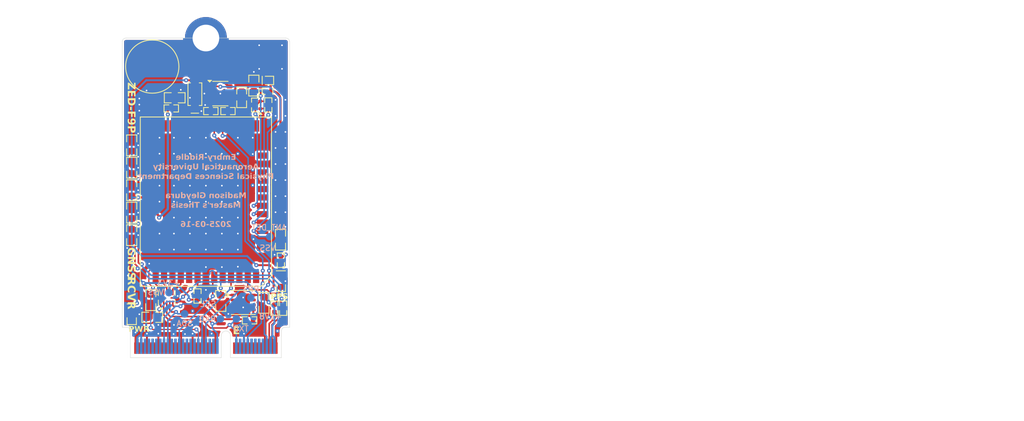
<source format=kicad_pcb>
(kicad_pcb (version 20241229) (generator "pcbnew") (generator_version "9.0")
  (title_block (title "U-bolx ZED-F9P M.2 E-Key") (date "2025-03-16") (rev "1.1") (comment 2 "PROTOTYPE") (comment 3 "2024"))
  (layers (0 "F.Cu" signal) (4 "In1.Cu" signal) (6 "In2.Cu" signal) (2 "B.Cu" signal) (13 "F.Paste" user) (15 "B.Paste" user) (5 "F.SilkS" user "F.Silkscreen") (7 "B.SilkS" user "B.Silkscreen") (1 "F.Mask" user) (3 "B.Mask" user) (25 "Edge.Cuts" user))
  (net 0 "")
  (net 1 "VSS")
  (net 2 "/ANT_IN")
  (net 3 "VBAT")
  (net 4 "+3V3")
  (net 5 "+1V8")
  (net 6 "/RF_IN")
  (net 7 "/ANT_SHORT_N")
  (net 8 "/HOST_D+")
  (net 9 "/HOST_D-")
  (net 10 "Net-(D2-Pad2)")
  (net 13 "/TX_RDY")
  (net 19 "/ZED_RXD_1V8")
  (net 25 "/SDA_1V8")
  (net 44 "/RESET_N")
  (net 45 "/PPS")
  (net 50 "/RTK_STAT")
  (net 52 "/ZED_TXD_1V8")
  (net 58 "/GEOFENCE_STAT")
  (net 59 "/SCL_1V8")
  (net 60 "/ANT_OFF")
  (net 61 "/ZED_D+")
  (net 62 "/ZED_D-")
  (net 63 "/ANT_DET")
  (net 65 "VCC_RF")
  (net 66 "Net-(Q1-Pad3)")
  (net 68 "/ZED_TXD_3V3")
  (net 69 "/SDA_3V3")
  (net 70 "Net-(U3-D_SEL)")
  (net 71 "Net-(U4-+)")
  (net 78 "/ZED_RXD_3V3")
  (net 88 "/SCL_3V3")
  (net 96 "Net-(U1-EN)")
  (net 100 "/EXTINT")
  (net 101 "Net-(JP2-Pad1)")
  (net 103 "Net-(D1-Pad2)")
  (net 104 "Net-(D4-Pad2)")
  (footprint "lib_fp:MLCC0603" (layer "F.Cu") (at 135.9 85.85)
    (property "Reference" "C9" (hide yes))
    (property "Value" "2.2uF" (hide yes))
  )
  (footprint "lib_fp:CRCW0402" (layer "F.Cu") (at 140.65 87.6 180)
    (property "Reference" "R12" (hide yes))
    (property "Value" "100K" (hide yes))
  )
  (footprint "lib_fp:SOT23-5P95_280X300X110L40X38N" (layer "F.Cu") (at 141.9 85.3 -90)
    (property "Reference" "U4" (hide yes))
    (property "Value" "OPA344" (hide yes))
  )
  (footprint "lib_fp:LTST-0603" (layer "F.Cu") (at 130.25 114.3 -90)
    (property "Reference" "D1" (hide yes))
    (property "Value" "LTST-C190KYKT" (hide yes))
  )
  (footprint "lib_fp:CRCW0402" (layer "F.Cu") (at 149 113.5 90)
    (property "Reference" "R9" (hide yes))
    (property "Value" "27R" (hide yes))
  )
  (footprint "lib_fp:MLCC0603" (layer "F.Cu") (at 147.625 112.8 -90)
    (property "Reference" "C1" (hide yes))
    (property "Value" "2.2uF" (hide yes))
  )
  (footprint "lib_fp:RUT0012A" (layer "F.Cu") (at 134.85 112.15 90)
    (property "Reference" "U2" (hide yes))
    (property "Value" "TXS0104VxRUTR" (hide yes))
  )
  (footprint "lib_fp:CRCW0402" (layer "F.Cu") (at 135.45 87.25 180)
    (property "Reference" "R4" (hide yes))
    (property "Value" "3K3" (hide yes))
  )
  (footprint "lib_fp:CRCW0402" (layer "F.Cu") (at 138.9 111.9 90)
    (property "Reference" "R11" (hide yes))
    (property "Value" "10K" (hide yes))
  )
  (footprint "lib_fp:MLCC0603" (layer "F.Cu") (at 130.25 98 90)
    (property "Reference" "C6" (hide yes))
    (property "Value" "100nF" (hide yes))
  )
  (footprint "lib_fp:MLCC0603" (layer "F.Cu") (at 130.25 92.1 90)
    (property "Reference" "C4" (hide yes))
    (property "Value" "1uF" (hide yes))
  )
  (footprint "lib_fp:M.2 E-Key" (layer "F.Cu") (at 140 120)
    (property "Reference" "J2" (hide yes))
    (property "Value" "M.2_E_Key_PCB_Edge" (hide yes))
    (fp_line (start -11 -4) (end -11 -5.2) (stroke (width 0.05)) (layer "Edge.Cuts"))
    (fp_line (start -11 -4) (end -10.425 -4) (stroke (width 0.05)) (layer "Edge.Cuts"))
    (fp_line (start -9.925 0) (end -9.925 -3.5) (stroke (width 0.05)) (layer "Edge.Cuts"))
    (fp_line (start 2.025 -2.9) (end 2.025 0) (stroke (width 0.05)) (layer "Edge.Cuts"))
    (fp_line (start 2.025 0) (end -9.925 0) (stroke (width 0.05)) (layer "Edge.Cuts"))
    (fp_line (start 3.225 -2.9) (end 3.225 0) (stroke (width 0.05)) (layer "Edge.Cuts"))
    (fp_line (start 9.925 0) (end 3.225 0) (stroke (width 0.05)) (layer "Edge.Cuts"))
    (fp_line (start 9.925 0) (end 9.925 -3.5) (stroke (width 0.05)) (layer "Edge.Cuts"))
    (fp_line (start 10.425 -4) (end 11 -4) (stroke (width 0.05)) (layer "Edge.Cuts"))
    (fp_line (start 11 -4) (end 11 -5.2) (stroke (width 0.05)) (layer "Edge.Cuts"))
    (fp_arc (start -10.425 -4) (mid -10.071447 -3.853553) (end -9.925 -3.5) (stroke (width 0.05)) (layer "Edge.Cuts"))
    (fp_arc (start 2.025 -2.9) (mid 2.625 -3.5) (end 3.225 -2.9) (stroke (width 0.05)) (layer "Edge.Cuts"))
    (fp_arc (start 9.925 -3.5) (mid 10.071447 -3.853553) (end 10.425 -4) (stroke (width 0.05)) (layer "Edge.Cuts"))
  )
  (footprint "lib_fp:LTST-0603" (layer "F.Cu") (at 149.85 109.95 -90)
    (property "Reference" "D4" (hide yes))
    (property "Value" "LTST-C190KRKT" (hide yes))
  )
  (footprint "lib_fp:ZED-F9P-04B_UBL" (layer "F.Cu") (at 140 99.5 180)
    (property "Reference" "U3" (hide yes))
    (property "Value" "ZED-F9P" (hide yes))
  )
  (footprint "lib_fp:CRCW0402" (layer "F.Cu") (at 148.2 86.8 -90)
    (property "Reference" "R8" (hide yes))
    (property "Value" "10K" (hide yes))
  )
  (footprint "lib_fp:MLCC0603" (layer "F.Cu") (at 130.25 103.9 -90)
    (property "Reference" "C8" (hide yes))
    (property "Value" "100nF" (hide yes))
  )
  (footprint "lib_fp:MLCC0603" (layer "F.Cu") (at 130.25 100.95 90)
    (property "Reference" "C7" (hide yes))
    (property "Value" "1uF" (hide yes))
  )
  (footprint "lib_fp:UDFN8P65_300X300X60L25X45L" (layer "F.Cu") (at 144.9 112.75)
    (property "Reference" "U1" (hide yes))
    (property "Value" "AP7361E" (hide yes))
  )
  (footprint "lib_fp:SOD123" (layer "F.Cu") (at 138.55 85.375 90)
    (property "Reference" "D2" (hide yes))
    (property "Value" "B0540WQ" (hide yes))
  )
  (footprint "lib_fp:MLCC0603" (layer "F.Cu") (at 130.25 95.05 90)
    (property "Reference" "C5" (hide yes))
    (property "Value" "100nF" (hide yes))
  )
  (footprint "lib_fp:CRCW0402" (layer "F.Cu") (at 149.85 107.2 -90)
    (property "Reference" "R6" (hide yes))
    (property "Value" "100R" (hide yes))
  )
  (footprint "lib_fp:CRCW0402" (layer "F.Cu") (at 145.735 115.1)
    (property "Reference" "R1" (hide yes))
    (property "Value" "10K" (hide yes))
  )
  (footprint "lib_fp:CRCW0603" (layer "F.Cu") (at 144.7 85.8 -90)
    (property "Reference" "R5" (hide yes))
    (property "Value" "10R" (hide yes))
  )
  (footprint "lib_fp:MLCC0603" (layer "F.Cu") (at 149.8 104.5 -90)
    (property "Reference" "C3" (hide yes))
    (property "Value" "47pF" (hide yes))
  )
  (footprint "lib_fp:SOD882" (layer "F.Cu") (at 148.15 83.575)
    (property "Reference" "D3" (hide yes))
    (property "Value" "PTVS4V5D1BLYL" (hide yes))
  )
  (footprint "lib_fp:L_0402" (layer "F.Cu") (at 148.1 85 180)
    (property "Reference" "L1" (hide yes))
    (property "Value" "47nH" (hide yes))
  )
  (footprint "lib_fp:SOT23-3P50_160X160X75L22X22N" (layer "F.Cu") (at 146.5 86.8 90)
    (property "Reference" "Q1" (hide yes))
    (property "Value" "DMG1013TQ-7" (hide yes))
  )
  (footprint "lib_fp:CRCW0402" (layer "F.Cu") (at 142.9 87.6 180)
    (property "Reference" "R10" (hide yes))
    (property "Value" "1K" (hide yes))
  )
  (footprint "lib_fp:CONMHF1" (layer "F.Cu") (at 148.5 80.5 180)
    (property "Reference" "AE1" (hide yes))
    (property "Value" "CONMHF1-SMD-T" (hide yes))
  )
  (footprint "lib_fp:M.2-Screw-Pad" (layer "F.Cu") (at 140 78)
    (property "Reference" "J1" (hide yes))
    (property "Value" "Standoff" (hide yes))
  )
  (footprint "lib_fp:MLCC0603" (layer "F.Cu") (at 141.95 112.55 -90)
    (property "Reference" "C2" (hide yes))
    (property "Value" "2.2uF" (hide yes))
  )
  (footprint "lib_fp:MLCC0603" (layer "F.Cu") (at 132.75 112.45 -90)
    (property "Reference" "C12" (hide yes))
    (property "Value" "100nF" (hide yes))
  )
  (footprint "lib_fp:MLCC0603" (layer "F.Cu") (at 132.95 114.7 180)
    (property "Reference" "C11" (hide yes))
    (property "Value" "100nF" (hide yes))
  )
  (footprint "lib_fp:CRCW0402" (layer "F.Cu") (at 150.15 113.5 90)
    (property "Reference" "R7" (hide yes))
    (property "Value" "27R" (hide yes))
  )
  (footprint "lib_fp:MLCC0603" (layer "F.Cu") (at 146.3 84.25 90)
    (property "Reference" "C10" (hide yes))
    (property "Value" "10nF" (hide yes))
  )
  (footprint "lib_fp:MS621FE-FL11E" (layer "F.Cu") (at 132.95 81.74875 -90)
    (property "Reference" "BT1" (hide yes))
    (property "Value" "MS621FE-FL11E" (hide yes))
  )
  (footprint "lib_fp:TP_1mm" (layer "B.Cu") (at 145.9 112.15 180)
    (property "Reference" "TP9" (hide yes))
    (property "Value" "PPS")
  )
  (footprint "lib_fp:SolderJumper-2_P1.3mm_Bridged_Pad1.0x1.5mm" (layer "B.Cu") (at 149.75 108.15 -90)
    (property "Reference" "JP2" (hide yes))
    (property "Value" "~" (hide yes))
  )
  (footprint "lib_fp:TP_1mm" (layer "B.Cu") (at 144 114.9 180)
    (property "Reference" "TP6" (hide yes))
    (property "Value" "TXD")
  )
  (footprint "lib_fp:TP_1mm" (layer "B.Cu") (at 137.2 114.25 180)
    (property "Reference" "TP5" (hide yes))
    (property "Value" "SDA")
  )
  (footprint "lib_fp:TP_1mm" (layer "B.Cu") (at 141.9 114.9 180)
    (property "Reference" "TP7" (hide yes))
    (property "Value" "RXD")
  )
  (footprint "lib_fp:TP_1mm" (layer "B.Cu") (at 146.3 114.6 180)
    (property "Reference" "TP2" (hide yes))
    (property "Value" "+1V8")
  )
  (footprint "lib_fp:SolderJumper-2_P1.3mm_Bridged_Pad1.0x1.5mm" (layer "B.Cu") (at 130.3 111.3 -90)
    (property "Reference" "JP1" (hide yes))
    (property "Value" "~" (hide yes))
  )
  (footprint "lib_fp:TP_1mm" (layer "B.Cu") (at 148.4 104.1 180)
    (property "Reference" "TP10" (hide yes))
    (property "Value" "ANT_DET")
  )
  (footprint "lib_fp:TP_1mm" (layer "B.Cu") (at 135.15 111.45 180)
    (property "Reference" "TP1" (hide yes))
    (property "Value" "+3V3")
  )
  (footprint "lib_fp:TP_1mm" (layer "B.Cu") (at 138.6 112.95 180)
    (property "Reference" "TP4" (hide yes))
    (property "Value" "SCL")
  )
  (footprint "lib_fp:TP_1mm" (layer "B.Cu") (at 133.55 112.55 180)
    (property "Reference" "TP3" (hide yes))
    (property "Value" "VSS")
  )
  (footprint "lib_fp:TP_1mm" (layer "B.Cu") (at 149.9 105.6 180)
    (property "Reference" "TP11" (hide yes))
    (property "Value" "VSS")
  )
  (gr_arc (start 148.7 85) (mid 149.477817 85.322183) (end 149.8 86.1) (stroke (width 0.296)) (layer "F.Cu") (net 2))
  (gr_arc (start 150.5 78) (mid 150.853553 78.146447) (end 151 78.5) (stroke (width 0.05)) (layer "Edge.Cuts"))
  (gr_line (start 129 78.5) (end 129 114.8) (stroke (width 0.05)) (layer "Edge.Cuts"))
  (gr_line (start 150.5 78) (end 129.5 78) (stroke (width 0.05)) (layer "Edge.Cuts"))
  (gr_arc (start 129 78.5) (mid 129.146447 78.146447) (end 129.5 78) (stroke (width 0.05)) (layer "Edge.Cuts"))
  (gr_line (start 151 114.8) (end 151 78.5) (stroke (width 0.05)) (layer "Edge.Cuts"))
  (gr_text "ZED-F9P" (at 130.15 90.5 270) (layer "F.SilkS") (effects (font (size 1 1) (thickness 0.2) (bold yes)) (justify right)))
  (gr_text "E" (at 144 116.5 0) (layer "F.SilkS") (effects (font (size 1 1) (thickness 0.2) (bold yes))))
  (gr_text "RCVR" (at 130.15 109.4 270) (layer "F.SilkS") (effects (font (size 1 1) (thickness 0.2) (bold yes)) (justify left)))
  (gr_text "PWR" (at 131.2 116.3 0) (layer "F.SilkS") (effects (font (size 0.75 0.75) (thickness 0.15) (bold yes))))
  (gr_text "GNSS" (at 130.15 105.5 270) (layer "F.SilkS") (effects (font (size 1 1) (thickness 0.18) (bold yes)) (justify left)))
  (gr_text "PPS" (at 149.65 112 0) (layer "F.SilkS") (effects (font (size 0.75 0.75) (thickness 0.15) (bold yes))))
  (gr_text "Embry-Riddle\nAeronautical University\nPhysical Sciences Department\n\nMadison Gleydura\nMaster's Thesis\n\n2025-03-16" (at 140 98.1 0) (layer "B.SilkS") (effects (font (size 0.75 0.75) (thickness 0.1875) (bold yes)) (justify mirror)))
  (segment (start 139.75 118.75) (end 139.75 117.05) (width 0.25) (layer "F.Cu") (net 1))
  (segment (start 133.75 118.75) (end 133.75 116.85) (width 0.25) (layer "F.Cu") (net 1))
  (segment (start 136.275 111.9) (end 136.025 112.15) (width 0.2) (layer "F.Cu") (net 1))
  (segment (start 135.25 118.75) (end 135.25 117.05) (width 0.25) (layer "F.Cu") (net 1))
  (segment (start 136.025 112.15) (end 135.7 112.15) (width 0.2) (layer "F.Cu") (net 1))
  (segment (start 138.25 118.75) (end 138.25 116.85) (width 0.25) (layer "F.Cu") (net 1))
  (segment (start 149.25 118.75) (end 149.25 117.05) (width 0.25) (layer "F.Cu") (net 1))
  (segment (start 130.75 116.7) (end 130.75 118.75) (width 0.25) (layer "F.Cu") (net 1))
  (segment (start 147.75 118.75) (end 147.75 117.05) (width 0.25) (layer "F.Cu") (net 1))
  (segment (start 132.25 116.85) (end 132.25 118.75) (width 0.25) (layer "F.Cu") (net 1))
  (segment (start 141.25 117.047264) (end 141.25 118.75) (width 0.25) (layer "F.Cu") (net 1))
  (segment (start 136.75 117.05) (end 136.75 118.75) (width 0.25) (layer "F.Cu") (net 1))
  (via (at 140 97.4) (size 0.5275) (drill 0.215) (layers "F.Cu" "B.Cu") (net 1))
  (via (at 146.15 91.1) (size 0.5275) (drill 0.215) (layers "F.Cu" "B.Cu") (net 1))
  (via (at 149.15 90.34) (size 0.5275) (drill 0.215) (layers "F.Cu" "B.Cu") (net 1))
  (via (at 131.1 103.9) (size 0.5275) (drill 0.215) (layers "F.Cu" "B.Cu") (net 1))
  (via (at 142.1 97.4) (size 0.5275) (drill 0.215) (layers "F.Cu" "B.Cu") (net 1))
  (via (at 133.9 95.3) (size 0.5275) (drill 0.215) (layers "F.Cu" "B.Cu") (net 1))
  (via (at 135.8 95.3) (size 0.5275) (drill 0.215) (layers "F.Cu" "B.Cu") (net 1))
  (via (at 138.25 116.85) (size 0.5275) (drill 0.215) (layers "F.Cu" "B.Cu") (net 1))
  (via (at 135.8 103.7) (size 0.5275) (drill 0.215) (layers "F.Cu" "B.Cu") (net 1))
  (via (at 144.2 99.5) (size 0.5275) (drill 0.215) (layers "F.Cu" "B.Cu") (net 1))
  (via (at 140 91.1) (size 0.5275) (drill 0.215) (layers "F.Cu" "B.Cu") (net 1))
  (via (at 147 82.05) (size 0.5275) (drill 0.215) (layers "F.Cu" "B.Cu") (net 1))
  (via (at 129.65 105.6) (size 0.5275) (drill 0.215) (layers "F.Cu" "B.Cu") (net 1))
  (via (at 133.75 116.85) (size 0.5275) (drill 0.215) (layers "F.Cu" "B.Cu") (net 1))
  (via (at 150 82.05) (size 0.5275) (drill 0.215) (layers "F.Cu" "B.Cu") (net 1))
  (via (at 137.9 101.6) (size 0.5275) (drill 0.215) (layers "F.Cu" "B.Cu") (net 1))
  (via (at 150.45 109.95) (size 0.5275) (drill 0.215) (layers "F.Cu" "B.Cu") (net 1))
  (via (at 139.4 87.6) (size 0.5275) (drill 0.215) (layers "F.Cu" "B.Cu") (net 1))
  (via (at 146.3 82.45) (size 0.5275) (drill 0.215) (layers "F.Cu" "B.Cu") (net 1))
  (via (at 149.15 102.8) (size 0.5275) (drill 0.215) (layers "F.Cu" "B.Cu") (net 1))
  (via (at 144.9 113.4) (size 0.5275) (drill 0.215) (layers "F.Cu" "B.Cu") (net 1))
  (via (at 129.75 109.2) (size 0.5275) (drill 0.215) (layers "F.Cu" "B.Cu") (net 1))
  (via (at 142.1 95.3) (size 0.5275) (drill 0.215) (layers "F.Cu" "B.Cu") (net 1))
  (via (at 135.8 99.5) (size 0.5275) (drill 0.215) (layers "F.Cu" "B.Cu") (net 1))
  (via (at 150.45 98.78) (size 0.5275) (drill 0.215) (layers "F.Cu" "B.Cu") (net 1))
  (via (at 132.2 84.9) (size 0.5275) (drill 0.215) (layers "F.Cu" "B.Cu") (net 1))
  (via (at 144.2 95.3) (size 0.5275) (drill 0.215) (layers "F.Cu" "B.Cu") (net 1))
  (via (at 137.9 105.8) (size 0.5275) (drill 0.215) (layers "F.Cu" "B.Cu") (net 1))
  (via (at 138.25 113.875) (size 0.5275) (drill 0.215) (layers "F.Cu" "B.Cu") (net 1))
  (via (at 137.9 93.2) (size 0.5275) (drill 0.215) (layers "F.Cu" "B.Cu") (net 1))
  (via (at 149.15 88.23) (size 0.5275) (drill 0.215) (layers "F.Cu" "B.Cu") (net 1))
  (via (at 131.1 98) (size 0.5275) (drill 0.215) (layers "F.Cu" "B.Cu") (net 1))
  (via (at 135.8 101.6) (size 0.5275) (drill 0.215) (layers "F.Cu" "B.Cu") (net 1))
  (via (at 150.45 88.23) (size 0.5275) (drill 0.215) (layers "F.Cu" "B.Cu") (net 1))
  (via (at 138.2 115.7) (size 0.5275) (drill 0.215) (layers "F.Cu" "B.Cu") (net 1))
  (via (at 131.1 100.95) (size 0.5275) (drill 0.215) (layers "F.Cu" "B.Cu") (net 1))
  (via (at 142.1 105.8) (size 0.5275) (drill 0.215) (layers "F.Cu" "B.Cu") (net 1))
  (via (at 131.1 95.05) (size 0.5275) (drill 0.215) (layers "F.Cu" "B.Cu") (net 1))
  (via (at 131.1 93.6) (size 0.5275) (drill 0.215) (layers "F.Cu" "B.Cu") (net 1))
  (via (at 133.9 103.7) (size 0.5275) (drill 0.215) (layers "F.Cu" "B.Cu") (net 1))
  (via (at 137.9 99.5) (size 0.5275) (drill 0.215) (layers "F.Cu" "B.Cu") (net 1))
  (via (at 133.75 115.7) (size 0.5275) (drill 0.215) (layers "F.Cu" "B.Cu") (net 1))
  (via (at 150.45 86.12) (size 0.5275) (drill 0.215) (layers "F.Cu" "B.Cu") (net 1))
  (via (at 137.9 97.4) (size 0.5275) (drill 0.215) (layers "F.Cu" "B.Cu") (net 1))
  (via (at 136.275 111.9) (size 0.5275) (drill 0.215) (layers "F.Cu" "B.Cu") (net 1))
  (via (at 137.9 85.85) (size 0.5275) (drill 0.215) (layers "F.Cu" "B.Cu") (net 1))
  (via (at 147 78.95) (size 0.5275) (drill 0.215) (layers "F.Cu" "B.Cu") (net 1))
  (via (at 137.9 103.7) (size 0.5275) (drill 0.215) (layers "F.Cu" "B.Cu") (net 1))
  (via (at 132.25 116.85) (size 0.5275) (drill 0.215) (layers "F.Cu" "B.Cu") (net 1))
  (via (at 146.15 95.3) (size 0.5275) (drill 0.215) (layers "F.Cu" "B.Cu") (net 1))
  (via (at 146.15 97.35) (size 0.5275) (drill 0.215) (layers "F.Cu" "B.Cu") (net 1))
  (via (at 130.75 116.7) (size 0.5275) (drill 0.215) (layers "F.Cu" "B.Cu") (net 1))
  (via (at 149.025 106.475) (size 0.5275) (drill 0.215) (layers "F.Cu" "B.Cu") (net 1))
  (via (at 145 116.85) (size 0.5275) (drill 0.215) (layers "F.Cu" "B.Cu") (net 1))
  (via (at 140 105.8) (size 0.5275) (drill 0.215) (layers "F.Cu" "B.Cu") (net 1))
  (via (at 149.4 116.5) (size 0.5275) (drill 0.215) (layers "F.Cu" "B.Cu") (net 1))
  (via (at 146.25 104.425) (size 0.5275) (drill 0.215) (layers "F.Cu" "B.Cu") (net 1))
  (via (at 150 78.95) (size 0.5275) (drill 0.215) (layers "F.Cu" "B.Cu") (net 1))
  (via (at 140 111.1) (size 0.5275) (drill 0.215) (layers "F.Cu" "B.Cu") (net 1))
  (via (at 149.15 92.45) (size 0.5275) (drill 0.215) (layers "F.Cu" "B.Cu") (net 1))
  (via (at 144.2 97.4) (size 0.5275) (drill 0.215) (layers "F.Cu" "B.Cu") (net 1))
  (via (at 135.75 116.9) (size 0.5275) (drill 0.215) (layers "F.Cu" "B.Cu") (net 1))
  (via (at 144.2 108.05) (size 0.5275) (drill 0.215) (layers "F.Cu" "B.Cu") (net 1))
  (via (at 149.15 96.67) (size 0.5275) (drill 0.215) (layers "F.Cu" "B.Cu") (net 1))
  (via (at 131.25 86.75) (size 0.5275) (drill 0.215) (layers "F.Cu" "B.Cu") (net 1))
  (via (at 133.9 91.1) (size 0.5275) (drill 0.215) (layers "F.Cu" "B.Cu") (net 1))
  (via (at 144.2 103.7) (size 0.5275) (drill 0.215) (layers "F.Cu" "B.Cu") (net 1))
  (via (at 142.1 108.1) (size 0.5275) (drill 0.215) (layers "F.Cu" "B.Cu") (net 1))
  (via (at 135.8 115.7) (size 0.5275) (drill 0.215) (layers "F.Cu" "B.Cu") (net 1))
  (via (at 150.45 100.89) (size 0.5275) (drill 0.215) (layers "F.Cu" "B.Cu") (net 1))
  (via (at 133.9 99.5) (size 0.5275) (drill 0.215) (layers "F.Cu" "B.Cu") (net 1))
  (via (at 149.15 100.89) (size 0.5275) (drill 0.215) (layers "F.Cu" "B.Cu") (net 1))
  (via (at 131.25 87.55) (size 0.5275) (drill 0.215) (layers "F.Cu" "B.Cu") (net 1))
  (via (at 144.2 105.8) (size 0.5275) (drill 0.215) (layers "F.Cu" "B.Cu") (net 1))
  (via (at 144.9 112.1) (size 0.5275) (drill 0.215) (layers "F.Cu" "B.Cu") (net 1))
  (via (at 131.1 92.1) (size 0.5275) (drill 0.215) (layers "F.Cu" "B.Cu") (net 1))
  (via (at 131.55 113.5) (size 0.5275) (drill 0.215) (layers "F.Cu" "B.Cu") (net 1))
  (via (at 137.9 91.1) (size 0.5275) (drill 0.215) (layers "F.Cu" "B.Cu") (net 1))
  (via (at 149.15 86.12) (size 0.5275) (drill 0.215) (layers "F.Cu" "B.Cu") (net 1))
  (via (at 135.8 93.2) (size 0.5275) (drill 0.215) (layers "F.Cu" "B.Cu") (net 1))
  (via (at 140 103.7) (size 0.5275) (drill 0.215) (layers "F.Cu" "B.Cu") (net 1))
  (via (at 149.15 98.78) (size 0.5275) (drill 0.215) (layers "F.Cu" "B.Cu") (net 1))
  (via (at 141.9 85.3) (size 0.5275) (drill 0.215) (layers "F.Cu" "B.Cu") (net 1))
  (via (at 150.45 92.45) (size 0.5275) (drill 0.215) (layers "F.Cu" "B.Cu") (net 1))
  (via (at 148.3 114.7) (size 0.5275) (drill 0.215) (layers "F.Cu" "B.Cu") (net 1))
  (via (at 135.8 105.8) (size 0.5275) (drill 0.215) (layers "F.Cu" "B.Cu") (net 1))
  (via (at 140 93.2) (size 0.5275) (drill 0.215) (layers "F.Cu" "B.Cu") (net 1))
  (via (at 135.8 91.1) (size 0.5275) (drill 0.215) (layers "F.Cu" "B.Cu") (net 1))
  (via (at 131.1 90.55) (size 0.5275) (drill 0.215) (layers "F.Cu" "B.Cu") (net 1))
  (via (at 142.1 103.7) (size 0.5275) (drill 0.215) (layers "F.Cu" "B.Cu") (net 1))
  (via (at 133.9 97.4) (size 0.5275) (drill 0.215) (layers "F.Cu" "B.Cu") (net 1))
  (via (at 142.1 93.2) (size 0.5275) (drill 0.215) (layers "F.Cu" "B.Cu") (net 1))
  (via (at 132.55 107.65) (size 0.5275) (drill 0.215) (layers "F.Cu" "B.Cu") (net 1))
  (via (at 140 99.5) (size 0.5275) (drill 0.215) (layers "F.Cu" "B.Cu") (net 1))
  (via (at 137.9 95.3) (size 0.5275) (drill 0.215) (layers "F.Cu" "B.Cu") (net 1))
  (via (at 142.95 114.25) (size 0.5275) (drill 0.215) (layers "F.Cu" "B.Cu") (net 1))
  (via (at 140.75 116.85) (size 0.5275) (drill 0.215) (layers "F.Cu" "B.Cu") (net 1))
  (via (at 150.45 94.56) (size 0.5275) (drill 0.215) (layers "F.Cu" "B.Cu") (net 1))
  (via (at 142.1 99.5) (size 0.5275) (drill 0.215) (layers "F.Cu" "B.Cu") (net 1))
  (via (at 146.15 93.25) (size 0.5275) (drill 0.215) (layers "F.Cu" "B.Cu") (net 1))
  (via (at 133.9 93.2) (size 0.5275) (drill 0.215) (layers "F.Cu" "B.Cu") (net 1))
  (via (at 142.1 101.6) (size 0.5275) (drill 0.215) (layers "F.Cu" "B.Cu") (net 1))
  (via (at 131.25 85.95) (size 0.5275) (drill 0.215) (layers "F.Cu" "B.Cu") (net 1))
  (via (at 133.9 105.8) (size 0.5275) (drill 0.215) (layers "F.Cu" "B.Cu") (net 1))
  (via (at 144.2 101.6) (size 0.5275) (drill 0.215) (layers "F.Cu" "B.Cu") (net 1))
  (via (at 139.9 86.8) (size 0.5275) (drill 0.215) (layers "F.Cu" "B.Cu") (net 1))
  (via (at 135.8 97.4) (size 0.5275) (drill 0.215) (layers "F.Cu" "B.Cu") (net 1))
  (via (at 144.2 93.2) (size 0.5275) (drill 0.215) (layers "F.Cu" "B.Cu") (net 1))
  (via (at 150.45 96.67) (size 0.5275) (drill 0.215) (layers "F.Cu" "B.Cu") (net 1))
  (via (at 137.25 116.9) (size 0.5275) (drill 0.215) (layers "F.Cu" "B.Cu") (net 1))
  (via (at 131.25 114.3) (size 0.5275) (drill 0.215) (layers "F.Cu" "B.Cu") (net 1))
  (via (at 140 101.6) (size 0.5275) (drill 0.215) (layers "F.Cu" "B.Cu") (net 1))
  (via (at 150.45 102.8) (size 0.5275) (drill 0.215) (layers "F.Cu" "B.Cu") (net 1))
  (via (at 136.7 84.8) (size 0.5275) (drill 0.215) (layers "F.Cu" "B.Cu") (net 1))
  (via (at 139.8 85.3) (size 0.5275) (drill 0.215) (layers "F.Cu" "B.Cu") (net 1))
  (via (at 144.2 91.1) (size 0.5275) (drill 0.215) (layers "F.Cu" "B.Cu") (net 1))
  (via (at 150.45 90.34) (size 0.5275) (drill 0.215) (layers "F.Cu" "B.Cu") (net 1))
  (via (at 140 108.1) (size 0.5275) (drill 0.215) (layers "F.Cu" "B.Cu") (net 1))
  (via (at 149.15 94.56) (size 0.5275) (drill 0.215) (layers "F.Cu" "B.Cu") (net 1))
  (via (at 140 95.3) (size 0.5275) (drill 0.215) (layers "F.Cu" "B.Cu") (net 1))
  (segment (start 130.3 110.65) (end 129.75 110.65) (width 0.2) (layer "B.Cu") (net 1))
  (segment (start 145 116.85) (end 145 118.5) (width 0.25) (layer "B.Cu") (net 1))
  (segment (start 129.75 110.65) (end 129.75 109.2) (width 0.2) (layer "B.Cu") (net 1))
  (segment (start 149.225 109.1) (end 149.8 109.1) (width 0.15) (layer "B.Cu") (net 1))
  (segment (start 148.5 83.6) (end 148.5 82.025) (width 0.296) (layer "F.Cu") (net 2))
  (segment (start 148.7 85) (end 148.5 85) (width 0.2565) (layer "F.Cu") (net 2))
  (segment (start 149.8 103.75) (end 149.8 86.1) (width 0.296) (layer "F.Cu") (net 2))
  (segment (start 148.5 85) (end 148.5 83.6) (width 0.296) (layer "F.Cu") (net 2))
  (segment (start 134.985 88.035) (end 134.985 87.25) (width 0.3) (layer "F.Cu") (net 3))
  (segment (start 133.7 87.25) (end 134.985 87.25) (width 0.3) (layer "F.Cu") (net 3))
  (segment (start 134.985 87.25) (end 134.985 86.015) (width 0.3) (layer "F.Cu") (net 3))
  (segment (start 134.985 86.015) (end 135.15 85.85) (width 0.3) (layer "F.Cu") (net 3))
  (segment (start 133.85 101.4) (end 133.85 101.6) (width 0.3) (layer "F.Cu") (net 3))
  (segment (start 135 88.05) (end 134.985 88.035) (width 0.3) (layer "F.Cu") (net 3))
  (segment (start 133.599999 101.149999) (end 133.85 101.4) (width 0.3) (layer "F.Cu") (net 3))
  (segment (start 133.7 86.74875) (end 133.7 87.25) (width 0.3) (layer "F.Cu") (net 3))
  (segment (start 132.55 101.149999) (end 133.599999 101.149999) (width 0.3) (layer "F.Cu") (net 3))
  (via (at 133.85 101.6) (size 0.5275) (drill 0.215) (layers "F.Cu" "B.Cu") (net 3))
  (via (at 135 88.05) (size 0.5275) (drill 0.215) (layers "F.Cu" "B.Cu") (net 3))
  (segment (start 135 100.45) (end 133.85 101.6) (width 0.3) (layer "B.Cu") (net 3))
  (segment (start 135 88.05) (end 135 100.45) (width 0.3) (layer "B.Cu") (net 3))
  (segment (start 130.25 102.4) (end 130.25 103.15) (width 0.3) (layer "F.Cu") (net 4))
  (segment (start 138.55 83.595) (end 142.195 83.595) (width 0.3) (layer "F.Cu") (net 4))
  (segment (start 130.25 102.4) (end 131.1 102.4) (width 0.3) (layer "F.Cu") (net 4))
  (segment (start 147.625 112.05) (end 147.625 112.1) (width 0.25) (layer "F.Cu") (net 4))
  (segment (start 148.88875 110.88625) (end 148.88875 108.331131) (width 0.25) (layer "F.Cu") (net 4))
  (segment (start 138.505 83.55) (end 138.55 83.595) (width 0.25) (layer "F.Cu") (net 4))
  (segment (start 138.9 112.39) (end 139.54 112.39) (width 0.25) (layer "F.Cu") (net 4))
  (segment (start 147.625 112.1) (end 148.25 112.725) (width 0.25) (layer "F.Cu") (net 4))
  (segment (start 130.35 95.8) (end 130.25 95.8) (width 0.3) (layer "F.Cu") (net 4))
  (segment (start 147.65 112.05) (end 147.625 112.05) (width 0.25) (layer "F.Cu") (net 4))
  (segment (start 131.1 96.55) (end 131.1 96.95) (width 0.3) (layer "F.Cu") (net 4))
  (segment (start 142.95 84.35) (end 143.1 84.35) (width 0.3) (layer "F.Cu") (net 4))
  (segment (start 147.35 111.775) (end 146.225 111.775) (width 0.25) (layer "F.Cu") (net 4))
  (segment (start 132.000001 97.850001) (end 132.55 97.850001) (width 0.3) (layer "F.Cu") (net 4))
  (segment (start 130.25 101.7) (end 130.25 102.4) (width 0.3) (layer "F.Cu") (net 4))
  (segment (start 129.4 94.95) (end 130.25 95.8) (width 0.3) (layer "F.Cu") (net 4))
  (segment (start 131.1 96.55) (end 130.35 95.8) (width 0.3) (layer "F.Cu") (net 4))
  (segment (start 134.05 111.7) (end 132.75 111.7) (width 0.2) (layer "F.Cu") (net 4))
  (segment (start 137.75 112.38625) (end 137.75375 112.39) (width 0.25) (layer "F.Cu") (net 4))
  (segment (start 145.095 114.95) (end 145.245 115.1) (width 0.25) (layer "F.Cu") (net 4))
  (segment (start 142.195 83.595) (end 142.95 84.35) (width 0.3) (layer "F.Cu") (net 4))
  (segment (start 131.1 96.95) (end 132.000001 97.850001) (width 0.3) (layer "F.Cu") (net 4))
  (segment (start 148.88875 108.331131) (end 148.407619 107.85) (width 0.25) (layer "F.Cu") (net 4))
  (segment (start 148.259727 112.725) (end 148.259727 112.659727) (width 0.25) (layer "F.Cu") (net 4))
  (segment (start 131.3 103.15) (end 130.25 103.15) (width 0.3) (layer "F.Cu") (net 4))
  (segment (start 132.55 103.35) (end 131.5 103.35) (width 0.3) (layer "F.Cu") (net 4))
  (segment (start 131.5 103.35) (end 131.3 103.15) (width 0.3) (layer "F.Cu") (net 4))
  (segment (start 139.54 112.39) (end 142.1 114.95) (width 0.25) (layer "F.Cu") (net 4))
  (segment (start 147.625 112.05) (end 147.35 111.775) (width 0.25) (layer "F.Cu") (net 4))
  (segment (start 132.55 98.950001) (end 130.450001 98.950001) (width 0.3) (layer "F.Cu") (net 4))
  (segment (start 142.1 114.95) (end 145.095 114.95) (width 0.25) (layer "F.Cu") (net 4))
  (segment (start 138.49 83.535) (end 138.55 83.595) (width 0.2) (layer "F.Cu") (net 4))
  (segment (start 148.775 111) (end 148.88875 110.88625) (width 0.25) (layer "F.Cu") (net 4))
  (segment (start 148.407619 107.85) (end 146.625 107.85) (width 0.25) (layer "F.Cu") (net 4))
  (segment (start 130.450001 98.950001) (end 130.25 98.75) (width 0.3) (layer "F.Cu") (net 4))
  (segment (start 131.8 110.2) (end 131.8 110.75) (width 0.25) (layer "F.Cu") (net 4))
  (segment (start 137.75375 112.39) (end 138.9 112.39) (width 0.25) (layer "F.Cu") (net 4))
  (segment (start 137.4 83.55) (end 138.505 83.55) (width 0.25) (layer "F.Cu") (net 4))
  (segment (start 131.8 110.75) (end 132.75 111.7) (width 0.25) (layer "F.Cu") (net 4))
  (segment (start 130.25 92.85) (end 129.4 93.7) (width 0.3) (layer "F.Cu") (net 4))
  (segment (start 129.4 93.7) (end 129.4 94.95) (width 0.3) (layer "F.Cu") (net 4))
  (via (at 137.75 112.38625) (size 0.5275) (drill 0.215) (layers "F.Cu" "B.Cu") (net 4))
  (via (at 148.25 112.725) (size 0.5275) (drill 0.215) (layers "F.Cu" "B.Cu") (net 4))
  (via (at 146.625 107.85) (size 0.5275) (drill 0.215) (layers "F.Cu" "B.Cu") (net 4))
  (via (at 131.1 98.95) (size 0.5275) (drill 0.215) (layers "F.Cu" "B.Cu") (net 4))
  (via (at 137.4 83.55) (size 0.5275) (drill 0.215) (layers "F.Cu" "B.Cu") (net 4))
  (via (at 131.1 96.55) (size 0.5275) (drill 0.215) (layers "F.Cu" "B.Cu") (net 4))
  (via (at 131.1 102.4) (size 0.5275) (drill 0.215) (layers "F.Cu" "B.Cu") (net 4))
  (via (at 131.8 110.2) (size 0.5275) (drill 0.215) (layers "F.Cu" "B.Cu") (net 4))
  (via (at 148.775 111) (size 0.5275) (drill 0.215) (layers "F.Cu" "B.Cu") (net 4))
  (segment (start 130.25 85.45) (end 130.25 105.3) (width 0.25) (layer "B.Cu") (net 4))
  (segment (start 131.1 102.4) (end 130.25 102.4) (width 0.25) (layer "B.Cu") (net 4))
  (segment (start 132.15 110.55) (end 132.15 116.117381) (width 0.25) (layer "B.Cu") (net 4))
  (segment (start 137.4 83.55) (end 132.15 83.55) (width 0.25) (layer "B.Cu") (net 4))
  (segment (start 148.25 111.525) (end 148.25 112.725) (width 0.25) (layer "B.Cu") (net 4))
  (segment (start 132.15 116.117381) (end 131.5 116.767381) (width 0.25) (layer "B.Cu") (net 4))
  (segment (start 148.775 111) (end 148.25 111.525) (width 0.25) (layer "B.Cu") (net 4))
  (segment (start 130.25 105.3) (end 131.607003 106.657003) (width 0.25) (layer "B.Cu") (net 4))
  (segment (start 135.15 111.45) (end 135.15 110.325) (width 0.2) (layer "B.Cu") (net 4))
  (segment (start 131.1 98.950001) (end 130.25 98.950001) (width 0.25) (layer "B.Cu") (net 4))
  (segment (start 145.432003 106.657003) (end 131.667665 106.657003) (width 0.25) (layer "B.Cu") (net 4))
  (segment (start 131.8 110.2) (end 135.025 110.2) (width 0.25) (layer "B.Cu") (net 4))
  (segment (start 131.25 117.1) (end 131.5 117.1) (width 0.25) (layer "B.Cu") (net 4))
  (segment (start 135.025 110.2) (end 135.15 110.325) (width 0.25) (layer "B.Cu") (net 4))
  (segment (start 149 113.475) (end 148.25 112.725) (width 0.25) (layer "B.Cu") (net 4))
  (segment (start 131.8 110.2) (end 130.25 108.65) (width 0.25) (layer "B.Cu") (net 4))
  (segment (start 149 117.35) (end 149 118.5) (width 0.25) (layer "B.Cu") (net 4))
  (segment (start 136.157619 110.325) (end 135.15 110.325) (width 0.25) (layer "B.Cu") (net 4))
  (segment (start 130.25 108.65) (end 130.25 106.5) (width 0.25) (layer "B.Cu") (net 4))
  (segment (start 137.75 112.38625) (end 137.75 111.917381) (width 0.25) (layer "B.Cu") (net 4))
  (segment (start 148.75 115.75) (end 149 115.5) (width 0.25) (layer "B.Cu") (net 4))
  (segment (start 148.5 118.5) (end 148.5 117.35) (width 0.25) (layer "B.Cu") (net 4))
  (segment (start 131.8 110.2) (end 132.15 110.55) (width 0.25) (layer "B.Cu") (net 4))
  (segment (start 131.5 116.767381) (end 131.5 118.5) (width 0.25) (layer "B.Cu") (net 4))
  (segment (start 131 118.5) (end 131 117.35) (width 0.25) (layer "B.Cu") (net 4))
  (segment (start 131.1 96.55) (end 130.25 96.55) (width 0.25) (layer "B.Cu") (net 4))
  (segment (start 137.75 111.917381) (end 136.157619 110.325) (width 0.25) (layer "B.Cu") (net 4))
  (segment (start 148.75 117.1) (end 149 117.35) (width 0.25) (layer "B.Cu") (net 4))
  (segment (start 130.25 106.5) (end 130.85 105.9) (width 0.25) (layer "B.Cu") (net 4))
  (segment (start 146.625 107.85) (end 145.432003 106.657003) (width 0.25) (layer "B.Cu") (net 4))
  (segment (start 131 117.35) (end 131.25 117.1) (width 0.25) (layer "B.Cu") (net 4))
  (segment (start 131.607003 106.657003) (end 131.65 106.657003) (width 0.25) (layer "B.Cu") (net 4))
  (segment (start 149 115.5) (end 149 113.475) (width 0.25) (layer "B.Cu") (net 4))
  (segment (start 148.5 117.35) (end 148.75 117.1) (width 0.25) (layer "B.Cu") (net 4))
  (segment (start 148.75 117.1) (end 148.75 115.75) (width 0.25) (layer "B.Cu") (net 4))
  (segment (start 132.15 83.55) (end 130.25 85.45) (width 0.25) (layer "B.Cu") (net 4))
  (segment (start 133.875 113.65) (end 133.875 114.525) (width 0.2) (layer "F.Cu") (net 5))
  (segment (start 134.05 112.85) (end 134.05 112.2) (width 0.2) (layer "F.Cu") (net 5))
  (segment (start 133.875 113.65) (end 134.05 113.475) (width 0.2) (layer "F.Cu") (net 5))
  (segment (start 132.91375 115.48625) (end 130.68625 115.48625) (width 0.2) (layer "F.Cu") (net 5))
  (segment (start 133.45 114.7) (end 133.5 114.7) (width 0.2) (layer "F.Cu") (net 5))
  (segment (start 133.7 114.7) (end 132.91375 115.48625) (width 0.2) (layer "F.Cu") (net 5))
  (segment (start 141.95 110.875) (end 141.95 111.8) (width 0.2) (layer "F.Cu") (net 5))
  (segment (start 130.68625 115.48625) (end 130.25 115.05) (width 0.2) (layer "F.Cu") (net 5))
  (segment (start 134.05 112.2) (end 134 112.15) (width 0.2) (layer "F.Cu") (net 5))
  (segment (start 133.875 114.525) (end 133.7 114.7) (width 0.2) (layer "F.Cu") (net 5))
  (segment (start 138 111) (end 137 112) (width 0.2) (layer "F.Cu") (net 5))
  (segment (start 141.975 111.775) (end 141.95 111.8) (width 0.2) (layer "F.Cu") (net 5))
  (segment (start 143.575 111.775) (end 141.975 111.775) (width 0.2) (layer "F.Cu") (net 5))
  (segment (start 134.05 113.475) (end 134.05 112.85) (width 0.2) (layer "F.Cu") (net 5))
  (via (at 133.875 113.65) (size 0.5275) (drill 0.215) (layers "F.Cu" "B.Cu") (net 5))
  (via (at 138 111) (size 0.5275) (drill 0.215) (layers "F.Cu" "B.Cu") (net 5))
  (via (at 141.95 110.875) (size 0.5275) (drill 0.215) (layers "F.Cu" "B.Cu") (net 5))
  (via (at 137 112) (size 0.5275) (drill 0.215) (layers "F.Cu" "B.Cu") (net 5))
  (segment (start 146.3 114.6) (end 146.840032 114.059968) (width 0.2) (layer "B.Cu") (net 5))
  (segment (start 141.95 110.875) (end 141.95 110.05) (width 0.2) (layer "B.Cu") (net 5))
  (segment (start 146.840032 114.059968) (end 146.840032 111.540032) (width 0.2) (layer "B.Cu") (net 5))
  (segment (start 138.95 110.05) (end 138 111) (width 0.2) (layer "B.Cu") (net 5))
  (segment (start 133.875 113.65) (end 134.9 112.625) (width 0.2) (layer "B.Cu") (net 5))
  (segment (start 145.35 110.05) (end 138.95 110.05) (width 0.2) (layer "B.Cu") (net 5))
  (segment (start 134.9 112.625) (end 136.372263 112.625) (width 0.2) (layer "B.Cu") (net 5))
  (segment (start 146.840032 111.540032) (end 145.35 110.05) (width 0.2) (layer "B.Cu") (net 5))
  (segment (start 136.997263 112) (end 137 112) (width 0.2) (layer "B.Cu") (net 5))
  (segment (start 136.372263 112.625) (end 136.997263 112) (width 0.2) (layer "B.Cu") (net 5))
  (segment (start 149.499999 105.550001) (end 149.8 105.25) (width 0.296) (layer "F.Cu") (net 6))
  (segment (start 147.45 105.550001) (end 149.499999 105.550001) (width 0.296) (layer "F.Cu") (net 6))
  (segment (start 146.275 101.15) (end 146.275001 101.149999) (width 0.2) (layer "F.Cu") (net 7))
  (segment (start 146.3 85) (end 144.745 85) (width 0.2) (layer "F.Cu") (net 7))
  (segment (start 146.275001 101.149999) (end 147.45 101.149999) (width 0.2) (layer "F.Cu") (net 7))
  (segment (start 144.7 85.045) (end 144.555 85.045) (width 0.2) (layer "F.Cu") (net 7))
  (segment (start 143.35 86.25) (end 143.1 86.25) (width 0.2) (layer "F.Cu") (net 7))
  (segment (start 147.7 85) (end 147.2 85) (width 0.2) (layer "F.Cu") (net 7))
  (segment (start 147.2 85) (end 147.2 85.6) (width 0.2) (layer "F.Cu") (net 7))
  (segment (start 144.555 85.045) (end 143.35 86.25) (width 0.2) (layer "F.Cu") (net 7))
  (segment (start 147.2 85) (end 146.3 85) (width 0.2) (layer "F.Cu") (net 7))
  (segment (start 144.745 85) (end 144.7 85.045) (width 0.2) (layer "F.Cu") (net 7))
  (via (at 146.275 101.15) (size 0.5275) (drill 0.215) (layers "F.Cu" "B.Cu") (net 7))
  (via (at 147.2 85.6) (size 0.5275) (drill 0.215) (layers "F.Cu" "B.Cu") (net 7))
  (segment (start 147.2 100.225) (end 147.2 85.6) (width 0.2) (layer "B.Cu") (net 7))
  (segment (start 146.275 101.15) (end 147.2 100.225) (width 0.2) (layer "B.Cu") (net 7))
  (segment (start 150.15 114.005) (end 150.15 113.99) (width 0.2362) (layer "F.Cu") (net 8))
  (segment (start 149.7556 114.599808) (end 149.7556 114.3994) (width 0.208) (layer "F.Cu") (net 8))
  (segment (start 148.6806 117.555599) (end 148.6806 115.674808) (width 0.208) (layer "F.Cu") (net 8))
  (segment (start 148.6806 115.674808) (end 149.7556 114.599808) (width 0.208) (layer "F.Cu") (net 8))
  (segment (start 148.75 117.624999) (end 148.6806 117.555599) (width 0.208) (layer "F.Cu") (net 8))
  (segment (start 149.7556 114.3994) (end 150.15 114.005) (width 0.208) (layer "F.Cu") (net 8))
  (segment (start 148.75 118.75) (end 148.75 117.624999) (width 0.208) (layer "F.Cu") (net 8))
  (segment (start 149 114.005) (end 149 113.99) (width 0.2362) (layer "F.Cu") (net 9))
  (segment (start 148.3194 115.525192) (end 149.3944 114.450192) (width 0.208) (layer "F.Cu") (net 9))
  (segment (start 148.3194 117.555599) (end 148.3194 115.525192) (width 0.208) (layer "F.Cu") (net 9))
  (segment (start 149.3944 114.3994) (end 149 114.005) (width 0.208) (layer "F.Cu") (net 9))
  (segment (start 148.25 118.75) (end 148.25 117.624999) (width 0.208) (layer "F.Cu") (net 9))
  (segment (start 149.3944 114.450192) (end 149.3944 114.3994) (width 0.208) (layer "F.Cu") (net 9))
  (segment (start 148.25 117.624999) (end 148.3194 117.555599) (width 0.208) (layer "F.Cu") (net 9))
  (segment (start 138.48 87.25) (end 138.55 87.18) (width 0.3) (layer "F.Cu") (net 10))
  (segment (start 135.94 87.25) (end 138.48 87.25) (width 0.3) (layer "F.Cu") (net 10))
  (segment (start 132.5 108.65) (end 132.9 108.25) (width 0.15) (layer "F.Cu") (net 13))
  (segment (start 132.5 110.25) (end 132.5 108.65) (width 0.15) (layer "F.Cu") (net 13))
  (segment (start 137.799999 108.55035) (end 137.799999 109.45) (width 0.15) (layer "F.Cu") (net 13))
  (segment (start 133.05 110.8) (end 132.5 110.25) (width 0.15) (layer "F.Cu") (net 13))
  (segment (start 132.9 108.25) (end 137.499649 108.25) (width 0.15) (layer "F.Cu") (net 13))
  (segment (start 137.499649 108.25) (end 137.799999 108.55035) (width 0.15) (layer "F.Cu") (net 13))
  (segment (start 133 116.3) (end 138.75 116.3) (width 0.15) (layer "F.Cu") (net 13))
  (segment (start 132.75 116.05) (end 133 116.3) (width 0.15) (layer "F.Cu") (net 13))
  (via (at 133.05 110.8) (size 0.5275) (drill 0.215) (layers "F.Cu" "B.Cu") (net 13))
  (via (at 132.75 116.05) (size 0.5275) (drill 0.215) (layers "F.Cu" "B.Cu") (net 13))
  (via (at 138.75 116.3) (size 0.5275) (drill 0.215) (layers "F.Cu" "B.Cu") (net 13))
  (segment (start 132.75 116.05) (end 132.75 111.1) (width 0.15) (layer "B.Cu") (net 13))
  (segment (start 138.75 116.3) (end 139 116.55) (width 0.15) (layer "B.Cu") (net 13))
  (segment (start 132.75 111.1) (end 133.05 110.8) (width 0.15) (layer "B.Cu") (net 13))
  (segment (start 139 116.55) (end 139 118.5) (width 0.15) (layer "B.Cu") (net 13))
  (segment (start 135.315686 114.6) (end 134.85 114.134314) (width 0.2) (layer "F.Cu") (net 19))
  (segment (start 140.85 115.53875) (end 139.91125 114.6) (width 0.2) (layer "F.Cu") (net 19))
  (segment (start 134.85 114.134314) (end 134.85 112.85) (width 0.2) (layer "F.Cu") (net 19))
  (segment (start 139.91125 114.6) (end 135.315686 114.6) (width 0.2) (layer "F.Cu") (net 19))
  (via (at 140.85 115.53875) (size 0.5275) (drill 0.215) (layers "F.Cu" "B.Cu") (net 19))
  (segment (start 141.26125 115.53875) (end 140.85 115.53875) (width 0.2) (layer "B.Cu") (net 19))
  (segment (start 141.9 114.9) (end 141.26125 115.53875) (width 0.2) (layer "B.Cu") (net 19))
  (segment (start 141.5 116.8) (end 141.5 118.5) (width 0.2) (layer "B.Cu") (net 19))
  (segment (start 140.85 116.15) (end 141.5 116.8) (width 0.2) (layer "B.Cu") (net 19))
  (segment (start 140.85 115.53875) (end 140.85 116.15) (width 0.2) (layer "B.Cu") (net 19))
  (segment (start 135.5 114) (end 135.25 113.75) (width 0.2) (layer "F.Cu") (net 25))
  (segment (start 136.075 114) (end 135.5 114) (width 0.2) (layer "F.Cu") (net 25))
  (segment (start 135.25 113.75) (end 135.25 112.85) (width 0.2) (layer "F.Cu") (net 25))
  (via (at 136.075 114) (size 0.5275) (drill 0.215) (layers "F.Cu" "B.Cu") (net 25))
  (segment (start 136.075 114) (end 136.325 114.25) (width 0.2) (layer "B.Cu") (net 25))
  (segment (start 136.325 114.25) (end 137.2 114.25) (width 0.2) (layer "B.Cu") (net 25))
  (segment (start 135 115.075) (end 135 118.75) (width 0.2) (layer "B.Cu") (net 25))
  (segment (start 136.075 114) (end 135 115.075) (width 0.2) (layer "B.Cu") (net 25))
  (segment (start 140.9 111.925) (end 140.9 109.65) (width 0.2) (layer "F.Cu") (net 44))
  (segment (start 140.9 109.65) (end 141.1 109.45) (width 0.2) (layer "F.Cu") (net 44))
  (segment (start 141.1 109.45) (end 140.8 109.75) (width 0.2) (layer "F.Cu") (net 44))
  (via (at 140.9 111.925) (size 0.5275) (drill 0.215) (layers "F.Cu" "B.Cu") (net 44))
  (segment (start 140.9 112.022263) (end 140.9 111.925) (width 0.2) (layer "B.Cu") (net 44))
  (segment (start 136.5 116.422263) (end 140.9 112.022263) (width 0.2) (layer "B.Cu") (net 44))
  (segment (start 136.5 118.5) (end 136.5 116.422263) (width 0.2) (layer "B.Cu") (net 44))
  (segment (start 148.51375 111.56375) (end 148.05 111.1) (width 0.2) (layer "F.Cu") (net 45))
  (segment (start 145.5 111.1) (end 145.5 109.450002) (width 0.2) (layer "F.Cu") (net 45))
  (segment (start 149.85 110.7) (end 149.85 111.25) (width 0.2) (layer "F.Cu") (net 45))
  (segment (start 149.53625 111.56375) (end 148.51375 111.56375) (width 0.2) (layer "F.Cu") (net 45))
  (segment (start 149.85 111.25) (end 149.53625 111.56375) (width 0.2) (layer "F.Cu") (net 45))
  (segment (start 148.05 111.1) (end 145.5 111.1) (width 0.2) (layer "F.Cu") (net 45))
  (segment (start 145.5 109.450002) (end 145.500002 109.45) (width 0.2) (layer "F.Cu") (net 45))
  (via (at 145.5 111.1) (size 0.5275) (drill 0.215) (layers "F.Cu" "B.Cu") (net 45))
  (segment (start 144.445496 111.1) (end 140 115.545496) (width 0.2) (layer "B.Cu") (net 45))
  (segment (start 140 115.545496) (end 140 118.5) (width 0.2) (layer "B.Cu") (net 45))
  (segment (start 145.9 112.15) (end 145.9 111.5) (width 0.2) (layer "B.Cu") (net 45))
  (segment (start 145.9 111.5) (end 145.5 111.1) (width 0.2) (layer "B.Cu") (net 45))
  (segment (start 145.5 111.1) (end 144.445496 111.1) (width 0.2) (layer "B.Cu") (net 45))
  (segment (start 141.1 89.55) (end 141.1 90.8) (width 0.2) (layer "F.Cu") (net 50))
  (segment (start 147.475 108.575) (end 147.475 110.225) (width 0.2) (layer "F.Cu") (net 50))
  (via (at 147.475 110.225) (size 0.5275) (drill 0.215) (layers "F.Cu" "B.Cu") (net 50))
  (via (at 141.1 90.8) (size 0.5275) (drill 0.215) (layers "F.Cu" "B.Cu") (net 50))
  (via (at 147.475 108.575) (size 0.5275) (drill 0.215) (layers "F.Cu" "B.Cu") (net 50))
  (segment (start 147.475 107.012949) (end 145.15 104.687949) (width 0.2) (layer "B.Cu") (net 50))
  (segment (start 141.1 90.897263) (end 141.1 90.8) (width 0.2) (layer "B.Cu") (net 50))
  (segment (start 147.28625 115.43875) (end 145.5 117.225) (width 0.2) (layer "B.Cu") (net 50))
  (segment (start 147.475 110.225) (end 147.28625 110.41375) (width 0.2) (layer "B.Cu") (net 50))
  (segment (start 147.28625 110.41375) (end 147.28625 115.43875) (width 0.2) (layer "B.Cu") (net 50))
  (segment (start 147.475 108.575) (end 147.475 107.012949) (width 0.2) (layer "B.Cu") (net 50))
  (segment (start 145.15 104.687949) (end 145.15 94.947263) (width 0.2) (layer "B.Cu") (net 50))
  (segment (start 145.5 117.225) (end 145.5 118.5) (width 0.2) (layer "B.Cu") (net 50))
  (segment (start 145.15 94.947263) (end 141.1 90.897263) (width 0.2) (layer "B.Cu") (net 50))
  (segment (start 139.55 115.05) (end 135.125 115.05) (width 0.2) (layer "F.Cu") (net 52))
  (segment (start 134.45 114.375) (end 134.45 112.85) (width 0.2) (layer "F.Cu") (net 52))
  (segment (start 140.6035 116.1035) (end 139.55 115.05) (width 0.2) (layer "F.Cu") (net 52))
  (segment (start 142.6965 116.1035) (end 140.6035 116.1035) (width 0.2) (layer "F.Cu") (net 52))
  (segment (start 143.1 115.7) (end 142.6965 116.1035) (width 0.2) (layer "F.Cu") (net 52))
  (segment (start 135.125 115.05) (end 134.45 114.375) (width 0.2) (layer "F.Cu") (net 52))
  (via (at 143.1 115.7) (size 0.5275) (drill 0.215) (layers "F.Cu" "B.Cu") (net 52))
  (segment (start 143.1 115.7) (end 143.2 115.7) (width 0.2) (layer "B.Cu") (net 52))
  (segment (start 144 116.6) (end 144 118.5) (width 0.2) (layer "B.Cu") (net 52))
  (segment (start 143.1 115.7) (end 144 116.6) (width 0.2) (layer "B.Cu") (net 52))
  (segment (start 143.2 115.7) (end 144 114.9) (width 0.2) (layer "B.Cu") (net 52))
  (segment (start 148.3 110.3) (end 148.175 110.425) (width 0.2) (layer "F.Cu") (net 58))
  (segment (start 142.200001 90.849999) (end 142.2 90.85) (width 0.2) (layer "F.Cu") (net 58))
  (segment (start 142.200001 89.55) (end 142.200001 90.849999) (width 0.2) (layer "F.Cu") (net 58))
  (segment (start 148.3 108.575) (end 148.3 110.3) (width 0.2) (layer "F.Cu") (net 58))
  (via (at 148.3 108.575) (size 0.5275) (drill 0.215) (layers "F.Cu" "B.Cu") (net 58))
  (via (at 142.2 90.85) (size 0.5275) (drill 0.215) (layers "F.Cu" "B.Cu") (net 58))
  (via (at 148.175 110.425) (size 0.5275) (drill 0.215) (layers "F.Cu" "B.Cu") (net 58))
  (segment (start 148.175 110.425) (end 147.68625 110.91375) (width 0.2) (layer "B.Cu") (net 58))
  (segment (start 148.3 107.272263) (end 145.55 104.522263) (width 0.2) (layer "B.Cu") (net 58))
  (segment (start 142.647263 90.85) (end 142.2 90.85) (width 0.2) (layer "B.Cu") (net 58))
  (segment (start 147.68625 110.91375) (end 147.68625 116.91125) (width 0.2) (layer "B.Cu") (net 58))
  (segment (start 148 117.225) (end 148 118.5) (width 0.2) (layer "B.Cu") (net 58))
  (segment (start 145.55 93.752737) (end 142.647263 90.85) (width 0.2) (layer "B.Cu") (net 58))
  (segment (start 145.55 104.522263) (end 145.55 93.752737) (width 0.2) (layer "B.Cu") (net 58))
  (segment (start 148.3 108.575) (end 148.3 107.272263) (width 0.2) (layer "B.Cu") (net 58))
  (segment (start 147.68625 116.91125) (end 148 117.225) (width 0.2) (layer "B.Cu") (net 58))
  (segment (start 135.65 113.15) (end 135.65 112.85) (width 0.2) (layer "F.Cu") (net 59))
  (segment (start 136.65 113.25) (end 135.75 113.25) (width 0.2) (layer "F.Cu") (net 59))
  (segment (start 135.75 113.25) (end 135.65 113.15) (width 0.2) (layer "F.Cu") (net 59))
  (via (at 136.65 113.25) (size 0.5275) (drill 0.215) (layers "F.Cu" "B.Cu") (net 59))
  (segment (start 136.65 113.25) (end 136.95 112.95) (width 0.2) (layer "B.Cu") (net 59))
  (segment (start 134.5 114.75) (end 134.5 118.5) (width 0.2) (layer "B.Cu") (net 59))
  (segment (start 136.65 113.25) (end 136 113.25) (width 0.2) (layer "B.Cu") (net 59))
  (segment (start 136 113.25) (end 134.5 114.75) (width 0.2) (layer "B.Cu") (net 59))
  (segment (start 136.95 112.95) (end 138.6 112.95) (width 0.2) (layer "B.Cu") (net 59))
  (segment (start 148.2 87.265) (end 147.185 87.265) (width 0.2) (layer "F.Cu") (net 60))
  (segment (start 147.185 87.265) (end 147.15 87.3) (width 0.2) (layer "F.Cu") (net 60))
  (segment (start 146.275 102.25) (end 147.45 102.25) (width 0.2) (layer "F.Cu") (net 60))
  (segment (start 148.2 87.265) (end 148.2 88.1) (width 0.2) (layer "F.Cu") (net 60))
  (via (at 146.275 102.25) (size 0.5275) (drill 0.215) (layers "F.Cu" "B.Cu") (net 60))
  (via (at 148.2 88.1) (size 0.5275) (drill 0.215) (layers "F.Cu" "B.Cu") (net 60))
  (segment (start 147.65 100.875) (end 147.65 88.65) (width 0.2) (layer "B.Cu") (net 60))
  (segment (start 146.275 102.25) (end 147.65 100.875) (width 0.2) (layer "B.Cu") (net 60))
  (segment (start 147.65 88.65) (end 148.2 88.1) (width 0.2) (layer "B.Cu") (net 60))
  (segment (start 132.2071 105.550001) (end 132.55 105.550001) (width 0.208) (layer "F.Cu") (net 61))
  (segment (start 131.125 107.506801) (end 131.125 105.641686) (width 0.208) (layer "F.Cu") (net 61))
  (segment (start 149.8181 112.39565) (end 149.96375 112.25) (width 0.208) (layer "F.Cu") (net 61))
  (segment (start 150.15 113.025) (end 149.8181 112.6931) (width 0.208) (layer "F.Cu") (net 61))
  (segment (start 149.8181 112.6931) (end 149.8181 112.39565) (width 0.208) (layer "F.Cu") (net 61))
  (segment (start 131.541686 105.225) (end 131.882099 105.225) (width 0.208) (layer "F.Cu") (net 61))
  (segment (start 131.125 105.641686) (end 131.541686 105.225) (width 0.208) (layer "F.Cu") (net 61))
  (segment (start 131.343311 107.725112) (end 131.125 107.506801) (width 0.208) (layer "F.Cu") (net 61))
  (segment (start 131.882099 105.225) (end 132.2071 105.550001) (width 0.208) (layer "F.Cu") (net 61))
  (segment (start 131.574888 107.725112) (end 131.343311 107.725112) (width 0.208) (layer "F.Cu") (net 61))
  (segment (start 150.15 113.035) (end 150.15 113.025) (width 0.2362) (layer "F.Cu") (net 61))
  (via (at 149.96375 112.25) (size 0.5275) (drill 0.215) (layers "F.Cu" "B.Cu") (net 61))
  (via (at 131.574888 107.725112) (size 0.5275) (drill 0.215) (layers "F.Cu" "B.Cu") (net 61))
  (segment (start 140.506502 108.935) (end 140.506502 108.831188) (width 0.2) (layer "B.Cu") (net 61))
  (segment (start 141.106502 108.831188) (end 141.106502 108.935) (width 0.2) (layer "B.Cu") (net 61))
  (segment (start 141.466502 109.175) (end 143.254002 109.175) (width 0.2) (layer "B.Cu") (net 61))
  (segment (start 149.800001 112.086251) (end 149.96375 112.25) (width 0.208) (layer "B.Cu") (net 61))
  (segment (start 131.574888 107.725112) (end 131.574888 107.956689) (width 0.208) (layer "B.Cu") (net 61))
  (segment (start 141.346502 109.175) (end 141.466502 109.175) (width 0.2) (layer "B.Cu") (net 61))
  (segment (start 138.724971 109.175) (end 140.266502 109.175) (width 0.2) (layer "B.Cu") (net 61))
  (segment (start 143.254002 109.175) (end 148.3932 109.175) (width 0.208) (layer "B.Cu") (net 61))
  (segment (start 140.746502 108.591188) (end 140.866502 108.591188) (width 0.2) (layer "B.Cu") (net 61))
  (segment (start 132.793199 109.175) (end 138.724971 109.175) (width 0.208) (layer "B.Cu") (net 61))
  (segment (start 131.574888 107.956689) (end 132.793199 109.175) (width 0.208) (layer "B.Cu") (net 61))
  (segment (start 148.3932 109.175) (end 149.800001 110.581801) (width 0.208) (layer "B.Cu") (net 61))
  (segment (start 149.800001 110.581801) (end 149.800001 112.086251) (width 0.208) (layer "B.Cu") (net 61))
  (arc (start 140.266502 109.175) (mid 140.436208 109.104706) (end 140.506502 108.935) (width 0.2) (layer "B.Cu") (net 61))
  (arc (start 141.106502 108.935) (mid 141.176796 109.104706) (end 141.346502 109.175) (width 0.2) (layer "B.Cu") (net 61))
  (arc (start 140.866502 108.591188) (mid 141.036208 108.661482) (end 141.106502 108.831188) (width 0.2) (layer "B.Cu") (net 61))
  (arc (start 140.506502 108.831188) (mid 140.576796 108.661482) (end 140.746502 108.591188) (width 0.2) (layer "B.Cu") (net 61))
  (segment (start 149 113.035) (end 149 113.025) (width 0.2362) (layer "F.Cu") (net 62))
  (segment (start 132.2071 104.45) (end 132.55 104.45) (width 0.208) (layer "F.Cu") (net 62))
  (segment (start 131.025112 108.043311) (end 130.675 107.693199) (width 0.208) (layer "F.Cu") (net 62))
  (segment (start 131.025112 108.274888) (end 131.025112 108.043311) (width 0.208) (layer "F.Cu") (net 62))
  (segment (start 130.675 105.455286) (end 131.355285 104.775001) (width 0.208) (layer "F.Cu") (net 62))
  (segment (start 131.355285 104.775001) (end 131.882099 104.775001) (width 0.208) (layer "F.Cu") (net 62))
  (segment (start 131.882099 104.775001) (end 132.2071 104.45) (width 0.208) (layer "F.Cu") (net 62))
  (segment (start 149.3319 112.6931) (end 149.3319 112.39565) (width 0.208) (layer "F.Cu") (net 62))
  (segment (start 149 113.025) (end 149.3319 112.6931) (width 0.208) (layer "F.Cu") (net 62))
  (segment (start 149.3319 112.39565) (end 149.18625 112.25) (width 0.208) (layer "F.Cu") (net 62))
  (segment (start 130.675 107.693199) (end 130.675 105.455286) (width 0.208) (layer "F.Cu") (net 62))
  (via (at 131.025112 108.274888) (size 0.5275) (drill 0.215) (layers "F.Cu" "B.Cu") (net 62))
  (via (at 149.18625 112.25) (size 0.5275) (drill 0.215) (layers "F.Cu" "B.Cu") (net 62))
  (segment (start 149.349999 112.086251) (end 149.349999 110.768199) (width 0.208) (layer "B.Cu") (net 62))
  (segment (start 132.606801 109.625) (end 131.256689 108.274888) (width 0.208) (layer "B.Cu") (net 62))
  (segment (start 131.256689 108.274888) (end 131.025112 108.274888) (width 0.208) (layer "B.Cu") (net 62))
  (segment (start 149.349999 110.768199) (end 148.2068 109.625) (width 0.208) (layer "B.Cu") (net 62))
  (segment (start 149.18625 112.25) (end 149.349999 112.086251) (width 0.208) (layer "B.Cu") (net 62))
  (segment (start 148.2068 109.625) (end 132.606801 109.625) (width 0.208) (layer "B.Cu") (net 62))
  (segment (start 141.9 84.4) (end 141.85 84.35) (width 0.2) (layer "F.Cu") (net 63))
  (segment (start 141.85 84.35) (end 140.7 84.35) (width 0.2) (layer "F.Cu") (net 63))
  (segment (start 146.275 103.35) (end 147.45 103.35) (width 0.2) (layer "F.Cu") (net 63))
  (via (at 141.9 84.4) (size 0.5275) (drill 0.215) (layers "F.Cu" "B.Cu") (net 63))
  (via (at 146.275 103.35) (size 0.5275) (drill 0.215) (layers "F.Cu" "B.Cu") (net 63))
  (segment (start 147 104.1) (end 148.4 104.1) (width 0.2) (layer "B.Cu") (net 63))
  (segment (start 149.8 88.7) (end 148.1 90.4) (width 0.2) (layer "B.Cu") (net 63))
  (segment (start 148.35 84.4) (end 149.8 85.85) (width 0.2) (layer "B.Cu") (net 63))
  (segment (start 146.275 103.35) (end 146.275 103.375) (width 0.2) (layer "B.Cu") (net 63))
  (segment (start 141.9 84.4) (end 148.35 84.4) (width 0.2) (layer "B.Cu") (net 63))
  (segment (start 149.8 85.85) (end 149.8 88.7) (width 0.2) (layer "B.Cu") (net 63))
  (segment (start 148.1 101.525) (end 146.275 103.35) (width 0.2) (layer "B.Cu") (net 63))
  (segment (start 148.1 90.4) (end 148.1 101.525) (width 0.2) (layer "B.Cu") (net 63))
  (segment (start 146.275 103.375) (end 147 104.1) (width 0.2) (layer "B.Cu") (net 63))
  (segment (start 146.5 86.95) (end 146.5 88) (width 0.2) (layer "F.Cu") (net 65))
  (segment (start 146.275 100.05) (end 146.275001 100.049999) (width 0.2) (layer "F.Cu") (net 65))
  (segment (start 148.2 86.31) (end 147.16 86.31) (width 0.2) (layer "F.Cu") (net 65))
  (segment (start 147.16 86.31) (end 147.15 86.3) (width 0.2) (layer "F.Cu") (net 65))
  (segment (start 146.275001 100.049999) (end 147.45 100.049999) (width 0.2) (layer "F.Cu") (net 65))
  (segment (start 147.15 86.3) (end 146.5 86.95) (width 0.2) (layer "F.Cu") (net 65))
  (via (at 146.275 100.05) (size 0.5275) (drill 0.215) (layers "F.Cu" "B.Cu") (net 65))
  (via (at 146.5 88) (size 0.5275) (drill 0.215) (layers "F.Cu" "B.Cu") (net 65))
  (segment (start 146.75 88.25) (end 146.5 88) (width 0.2) (layer "B.Cu") (net 65))
  (segment (start 146.75 99.575) (end 146.75 88.25) (width 0.2) (layer "B.Cu") (net 65))
  (segment (start 146.275 100.05) (end 146.75 99.575) (width 0.2) (layer "B.Cu") (net 65))
  (segment (start 144.945 86.8) (end 144.69 86.545) (width 0.2) (layer "F.Cu") (net 66))
  (segment (start 145.85 86.8) (end 144.945 86.8) (width 0.2) (layer "F.Cu") (net 66))
  (segment (start 144.7 87.1) (end 144.7 86.555) (width 0.2) (layer "F.Cu") (net 66))
  (segment (start 144.2 87.6) (end 144.7 87.1) (width 0.2) (layer "F.Cu") (net 66))
  (segment (start 143.39 87.6) (end 144.2 87.6) (width 0.2) (layer "F.Cu") (net 66))
  (segment (start 144.69 86.545) (end 144.69 86.5) (width 0.2) (layer "F.Cu") (net 66))
  (segment (start 134.45 111.45) (end 134.45 111.00364) (width 0.2) (layer "F.Cu") (net 68))
  (segment (start 133.400001 110.350001) (end 133.400001 109.45) (width 0.2) (layer "F.Cu") (net 68))
  (segment (start 134.24636 110.8) (end 133.85 110.8) (width 0.2) (layer "F.Cu") (net 68))
  (segment (start 133.85 110.8) (end 133.400001 110.350001) (width 0.2) (layer "F.Cu") (net 68))
  (segment (start 134.45 111.00364) (end 134.24636 110.8) (width 0.2) (layer "F.Cu") (net 68))
  (segment (start 133.400001 110.0064) (end 133.400001 109.45) (width 0.2) (layer "F.Cu") (net 68))
  (segment (start 135.600001 110.349999) (end 135.600001 109.45) (width 0.2) (layer "F.Cu") (net 69))
  (segment (start 135.25 111.4) (end 135.25 110.7) (width 0.2) (layer "F.Cu") (net 69))
  (segment (start 135.25 110.7) (end 135.600001 110.349999) (width 0.2) (layer "F.Cu") (net 69))
  (segment (start 138.9 109.45) (end 138.9 111.435) (width 0.25) (layer "F.Cu") (net 70))
  (segment (start 141.14 87.6) (end 140.7 87.16) (width 0.2) (layer "F.Cu") (net 71))
  (segment (start 140.7 87.16) (end 140.7 86.25) (width 0.2) (layer "F.Cu") (net 71))
  (segment (start 142.435 87.6) (end 141.14 87.6) (width 0.2) (layer "F.Cu") (net 71))
  (segment (start 134.85 110.7) (end 134.500001 110.350001) (width 0.2) (layer "F.Cu") (net 78))
  (segment (start 134.500001 110.350001) (end 134.500001 109.45) (width 0.2) (layer "F.Cu") (net 78))
  (segment (start 134.85 111.4) (end 134.85 110.7) (width 0.2) (layer "F.Cu") (net 78))
  (segment (start 136.699999 110.350001) (end 136.699999 109.45) (width 0.2) (layer "F.Cu") (net 88))
  (segment (start 135.65 111.45) (end 135.65 111.00364) (width 0.2) (layer "F.Cu") (net 88))
  (segment (start 135.65 111.00364) (end 135.85364 110.8) (width 0.2) (layer "F.Cu") (net 88))
  (segment (start 135.85364 110.8) (end 136.25 110.8) (width 0.2) (layer "F.Cu") (net 88))
  (segment (start 136.25 110.8) (end 136.699999 110.350001) (width 0.2) (layer "F.Cu") (net 88))
  (segment (start 146.225 115.075) (end 146.225 113.725) (width 0.25) (layer "F.Cu") (net 96))
  (segment (start 146.2 115.05) (end 146.2 115.1) (width 0.25) (layer "F.Cu") (net 96))
  (segment (start 143.300001 110.874999) (end 143.300001 109.45) (width 0.2) (layer "F.Cu") (net 100))
  (segment (start 143.3 110.875) (end 143.300001 110.874999) (width 0.2) (layer "F.Cu") (net 100))
  (via (at 143.3 110.875) (size 0.5275) (drill 0.215) (layers "F.Cu" "B.Cu") (net 100))
  (segment (start 143.3 110.875) (end 139.5 114.675) (width 0.2) (layer "B.Cu") (net 100))
  (segment (start 139.5 114.675) (end 139.5 118.5) (width 0.2) (layer "B.Cu") (net 100))
  (segment (start 149.85 106.71) (end 150.22625 106.71) (width 0.2) (layer "F.Cu") (net 101))
  (segment (start 150.22625 106.71) (end 150.48625 106.45) (width 0.2) (layer "F.Cu") (net 101))
  (via (at 150.48625 106.45) (size 0.5275) (drill 0.215) (layers "F.Cu" "B.Cu") (net 101))
  (segment (start 150.48625 106.45) (end 150.4 106.53625) (width 0.2) (layer "B.Cu") (net 101))
  (segment (start 150.4 106.53625) (end 150.4 107.25) (width 0.2) (layer "B.Cu") (net 101))
  (segment (start 130.95 112.85) (end 130.25 113.55) (width 0.2) (layer "F.Cu") (net 103))
  (segment (start 130 113.55) (end 130 113.6) (width 0.2) (layer "F.Cu") (net 103))
  (via (at 130.95 112.85) (size 0.5275) (drill 0.215) (layers "F.Cu" "B.Cu") (net 103))
  (segment (start 130.95 111.95) (end 130.3 111.95) (width 0.2) (layer "B.Cu") (net 103))
  (segment (start 130.95 112.85) (end 130.95 111.95) (width 0.2) (layer "B.Cu") (net 103))
  (segment (start 149.85 107.665) (end 149.85 109.2) (width 0.2) (layer "F.Cu") (net 104))
  (zone (net 1) (net_name "VSS") (layers "F.Cu" "B.Cu" "In1.Cu" "In2.Cu") (name "Ground Plane") (connect_pads yes (clearance 0.254)) (min_thickness 0.254) (fill yes (thermal_gap 0.5) (thermal_bridge_width 0.5))
    (polygon (pts (xy 151 120) (xy 129 120) (xy 129 78) (xy 151 78)))
  )
  (zone (net 0) (net_name "") (layer "B.Cu") (name "Ground Plane Keepout") (connect_pads yes (clearance 0)) (min_thickness 0.254)
    (keepout (tracks allowed) (vias allowed) (pads allowed) (copperpour not_allowed) (footprints allowed))
    (fill (thermal_gap 0.5) (thermal_bridge_width 0.5))
    (polygon (pts (xy 144.8 104.75) (xy 144.8 106.25) (xy 145.8 106.25) (xy 147.15 107.5) (xy 147.15 107.2)))
  )
  (zone (net 0) (net_name "") (layer "B.Cu") (name "Ground Plane Keepout") (connect_pads yes (clearance 0)) (min_thickness 0.254)
    (keepout (tracks allowed) (vias allowed) (pads allowed) (copperpour not_allowed) (footprints allowed))
    (fill (thermal_gap 0.5) (thermal_bridge_width 0.5))
    (polygon (pts (xy 137.35 113.25) (xy 137.35 113.55) (xy 137.95 114.3) (xy 138.15 114.3) (xy 138.6 113.85) (xy 137.95 113.25)))
  )
  (zone (net 0) (net_name "") (layer "B.Cu") (name "Ground Plane Keepout") (connect_pads yes (clearance 0)) (min_thickness 0.254)
    (keepout (tracks allowed) (vias allowed) (pads allowed) (copperpour not_allowed) (footprints allowed))
    (fill (thermal_gap 0.5) (thermal_bridge_width 0.5))
    (polygon (pts (xy 145.9 93.55) (xy 146.4 93.55) (xy 146.4 99.5) (xy 145.9 99.5)))
  )
  (zone (net 0) (net_name "") (layer "B.Cu") (name "Ground Plane Keepout") (connect_pads yes (clearance 0)) (min_thickness 0.254)
    (keepout (tracks allowed) (vias allowed) (pads allowed) (copperpour not_allowed) (footprints allowed))
    (fill (thermal_gap 0.5) (thermal_bridge_width 0.5))
    (polygon (pts (xy 149.35 117.25) (xy 149.75 117.25) (xy 149.75 116) (xy 149.35 116)))
  )
  (zone (net 0) (net_name "") (layer "B.Cu") (name "Ground Plane Keepout") (connect_pads yes (clearance 0)) (min_thickness 0.254)
    (keepout (tracks allowed) (vias allowed) (pads allowed) (copperpour not_allowed) (footprints allowed))
    (fill (thermal_gap 0.5) (thermal_bridge_width 0.5))
    (polygon (pts (xy 142.65 114.8) (xy 143.25 114.8) (xy 143.25 116.5) (xy 142.25 116.5)))
  )
  (zone (net 0) (net_name "") (layer "B.Cu") (name "Ground Plane Keepout") (connect_pads yes (clearance 0)) (min_thickness 0.254)
    (keepout (tracks allowed) (vias allowed) (pads allowed) (copperpour not_allowed) (footprints allowed))
    (fill (thermal_gap 0.5) (thermal_bridge_width 0.5))
    (polygon (pts (xy 142.6 91.3) (xy 142 91.3) (xy 145.2 94.5) (xy 145.2 93.9)))
  )
  (zone (net 0) (net_name "") (layer "B.Cu") (name "Ground Plane Keepout") (connect_pads yes (clearance 0)) (min_thickness 0.254)
    (keepout (tracks allowed) (vias allowed) (pads allowed) (copperpour not_allowed) (footprints allowed))
    (fill (thermal_gap 0.5) (thermal_bridge_width 0.5))
    (polygon (pts (xy 148.05 113.25) (xy 148.05 116.75) (xy 148.6 116.75) (xy 148.6 113.25)))
  )
)
</source>
